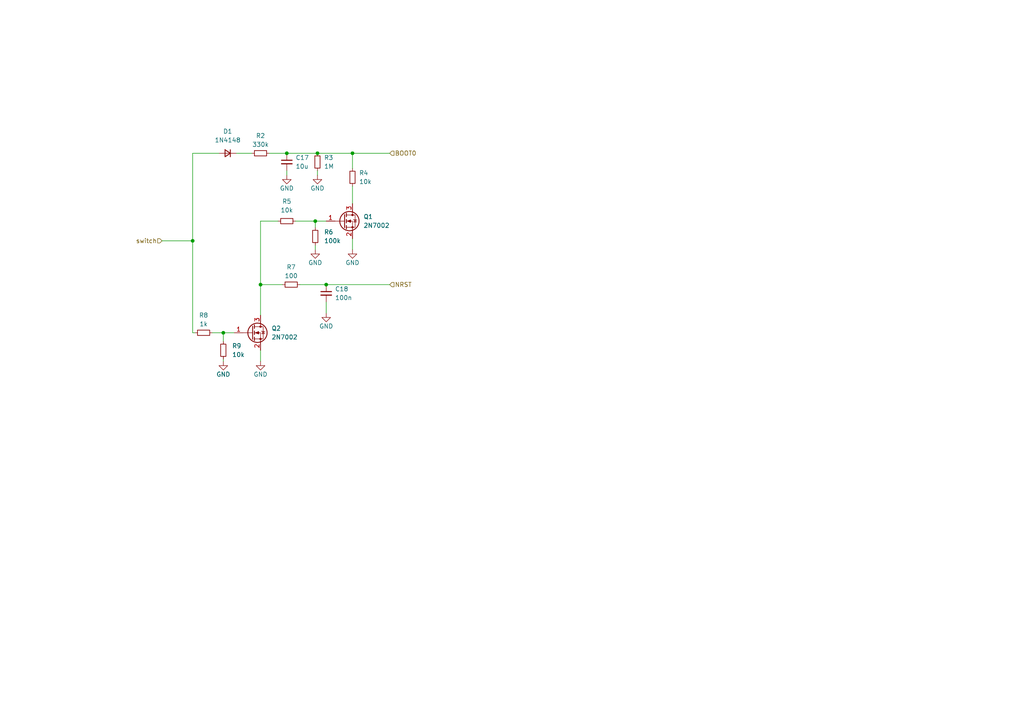
<source format=kicad_sch>
(kicad_sch (version 20230121) (generator eeschema)
  (paper "A4")
  (lib_symbols
    (symbol "Device:C_Small" (pin_numbers hide) (pin_names (offset 0.254) hide)
      (property "Reference" "C" (at 0.254 1.778 0))
      (property "Value" "C_Small" (at 0.254 -2.032 0))
      (symbol "C_Small_0_1"
        (polyline (pts (xy -1.524 -0.508) (xy 1.524 -0.508)) (stroke (width 0.3302)))
        (polyline (pts (xy -1.524 0.508) (xy 1.524 0.508)) (stroke (width 0.3048)))
      )
      (symbol "C_Small_1_1"
        (pin passive line (at 0 2.54 270) (length 2.032) (name "~") (number "1"))
        (pin passive line (at 0 -2.54 90) (length 2.032) (name "~") (number "2"))
      )
    )
    (symbol "Device:D_Small" (pin_numbers hide) (pin_names (offset 0.254) hide)
      (property "Reference" "D" (at -1.27 2.032 0))
      (property "Value" "D_Small" (at -3.81 -2.032 0))
      (symbol "D_Small_0_1"
        (polyline (pts (xy -0.762 -1.016) (xy -0.762 1.016)) (stroke (width 0.254)))
        (polyline (pts (xy -0.762 0) (xy 0.762 0)))
        (polyline (pts (xy 0.762 -1.016) (xy -0.762 0) (xy 0.762 1.016) (xy 0.762 -1.016)) (stroke (width 0.254)))
      )
      (symbol "D_Small_1_1"
        (pin passive line (at -2.54 0 0) (length 1.778) (name "K") (number "1"))
        (pin passive line (at 2.54 0 180) (length 1.778) (name "A") (number "2"))
      )
    )
    (symbol "Device:R_Small" (pin_numbers hide) (pin_names (offset 0.254) hide)
      (property "Reference" "R" (at 0.762 0.508 0))
      (property "Value" "R_Small" (at 0.762 -1.016 0))
      (symbol "R_Small_0_1"
        (rectangle (start -0.762 1.778) (end 0.762 -1.778) (stroke (width 0.2032)))
      )
      (symbol "R_Small_1_1"
        (pin passive line (at 0 2.54 270) (length 0.762) (name "~") (number "1"))
        (pin passive line (at 0 -2.54 90) (length 0.762) (name "~") (number "2"))
      )
    )
    (symbol "Transistor_FET:2N7002" (pin_names hide)
      (property "Reference" "Q" (at 5.08 1.905 0))
      (property "Value" "2N7002" (at 5.08 0 0))
      (symbol "2N7002_0_1"
        (polyline (pts (xy 0.254 0) (xy -2.54 0)))
        (polyline (pts (xy 0.254 1.905) (xy 0.254 -1.905)) (stroke (width 0.254)))
        (polyline (pts (xy 0.762 -1.27) (xy 0.762 -2.286)) (stroke (width 0.254)))
        (polyline (pts (xy 0.762 0.508) (xy 0.762 -0.508)) (stroke (width 0.254)))
        (polyline (pts (xy 0.762 2.286) (xy 0.762 1.27)) (stroke (width 0.254)))
        (polyline (pts (xy 2.54 2.54) (xy 2.54 1.778)))
        (polyline (pts (xy 2.54 -2.54) (xy 2.54 0) (xy 0.762 0)))
        (polyline (pts (xy 0.762 -1.778) (xy 3.302 -1.778) (xy 3.302 1.778) (xy 0.762 1.778)))
        (polyline (pts (xy 1.016 0) (xy 2.032 0.381) (xy 2.032 -0.381) (xy 1.016 0)) (fill (type outline)))
        (polyline (pts (xy 2.794 0.508) (xy 2.921 0.381) (xy 3.683 0.381) (xy 3.81 0.254)))
        (polyline (pts (xy 3.302 0.381) (xy 2.921 -0.254) (xy 3.683 -0.254) (xy 3.302 0.381)))
        (circle (center 1.651 0) (radius 2.794) (stroke (width 0.254)))
        (circle (center 2.54 -1.778) (radius 0.254) (fill (type outline)))
        (circle (center 2.54 1.778) (radius 0.254) (fill (type outline)))
      )
      (symbol "2N7002_1_1"
        (pin input line (at -5.08 0 0) (length 2.54) (name "G") (number "1"))
        (pin passive line (at 2.54 -5.08 90) (length 2.54) (name "S") (number "2"))
        (pin passive line (at 2.54 5.08 270) (length 2.54) (name "D") (number "3"))
      )
    )
    (symbol "power:GND" (power) (pin_names (offset 0))
      (property "Value" "GND" (at 0 -3.81 0))
      (symbol "GND_0_1"
        (polyline (pts (xy 0 0) (xy 0 -1.27) (xy 1.27 -1.27) (xy 0 -2.54) (xy -1.27 -1.27) (xy 0 -1.27)))
      )
      (symbol "GND_1_1"
        (pin power_in line (at 0 0 270) (length 0) hide (name "GND") (number "1"))
      )
    )
  )
  (junction (at 94.615 82.55))
  (junction (at 83.185 44.45))
  (junction (at 55.88 69.85))
  (junction (at 92.075 44.45))
  (junction (at 91.44 64.135))
  (junction (at 64.77 96.52))
  (junction (at 102.235 44.45))
  (junction (at 75.565 82.55))
  (wire (pts (xy 102.235 53.975) (xy 102.235 59.055)))
  (wire (pts (xy 75.565 82.55) (xy 81.915 82.55)))
  (wire (pts (xy 80.645 64.135) (xy 75.565 64.135)))
  (wire (pts (xy 83.185 50.8) (xy 83.185 49.53)))
  (wire (pts (xy 91.44 72.39) (xy 91.44 71.12)))
  (wire (pts (xy 55.88 96.52) (xy 56.515 96.52)))
  (wire (pts (xy 75.565 64.135) (xy 75.565 82.55)))
  (wire (pts (xy 75.565 101.6) (xy 75.565 104.775)))
  (wire (pts (xy 94.615 82.55) (xy 113.03 82.55)))
  (wire (pts (xy 94.615 87.63) (xy 94.615 90.805)))
  (wire (pts (xy 55.88 44.45) (xy 63.5 44.45)))
  (wire (pts (xy 64.77 96.52) (xy 64.77 99.06)))
  (wire (pts (xy 83.185 44.45) (xy 92.075 44.45)))
  (wire (pts (xy 68.58 44.45) (xy 73.025 44.45)))
  (wire (pts (xy 86.995 82.55) (xy 94.615 82.55)))
  (wire (pts (xy 85.725 64.135) (xy 91.44 64.135)))
  (wire (pts (xy 78.105 44.45) (xy 83.185 44.45)))
  (wire (pts (xy 46.99 69.85) (xy 55.88 69.85)))
  (wire (pts (xy 75.565 82.55) (xy 75.565 91.44)))
  (wire (pts (xy 64.77 96.52) (xy 67.945 96.52)))
  (wire (pts (xy 91.44 64.135) (xy 94.615 64.135)))
  (wire (pts (xy 102.235 69.215) (xy 102.235 72.39)))
  (wire (pts (xy 61.595 96.52) (xy 64.77 96.52)))
  (wire (pts (xy 92.075 50.8) (xy 92.075 49.53)))
  (wire (pts (xy 102.235 48.895) (xy 102.235 44.45)))
  (wire (pts (xy 102.235 44.45) (xy 113.03 44.45)))
  (wire (pts (xy 55.88 96.52) (xy 55.88 69.85)))
  (wire (pts (xy 64.77 104.775) (xy 64.77 104.14)))
  (wire (pts (xy 91.44 64.135) (xy 91.44 66.04)))
  (wire (pts (xy 55.88 69.85) (xy 55.88 44.45)))
  (wire (pts (xy 92.075 44.45) (xy 102.235 44.45)))
  (hierarchical_label "BOOT0" (shape input) (at 113.03 44.45 0))
  (hierarchical_label "switch" (shape input) (at 46.99 69.85 180))
  (hierarchical_label "NRST" (shape input) (at 113.03 82.55 0))
  (symbol (lib_id "Device:C_Small") (at 83.185 46.99 0) (unit 1)
    (property "Reference" "C17" (at 85.725 45.7263 0) (effects (justify left)))
    (property "Value" "10u" (at 85.725 48.2663 0) (effects (justify left)))
    (property "Footprint" "Capacitor_SMD:C_1206_3216Metric" (effects hide))
    (instances (project "norgbtest" (path "" (reference "C17") (unit 1))) (project "keyboard" (path "" (reference "C18") (unit 1))))
  )
  (symbol (lib_id "Device:C_Small") (at 94.615 85.09 0) (unit 1)
    (property "Reference" "C18" (at 97.155 83.8263 0) (effects (justify left)))
    (property "Value" "100n" (at 97.155 86.3663 0) (effects (justify left)))
    (property "Footprint" "Capacitor_SMD:C_0402_1005Metric" (effects hide))
    (instances (project "norgbtest" (path "" (reference "C18") (unit 1))) (project "keyboard" (path "" (reference "C19") (unit 1))))
  )
  (symbol (lib_id "Device:R_Small") (at 91.44 68.58 0) (unit 1)
    (property "Reference" "R6" (at 93.98 67.31 0) (effects (justify left)))
    (property "Value" "100k" (at 93.98 69.85 0) (effects (justify left)))
    (property "Footprint" "Resistor_SMD:R_0402_1005Metric" (effects hide))
    (instances (project "norgbtest" (path "" (reference "R6") (unit 1))) (project "keyboard" (path "" (reference "R5") (unit 1))))
  )
  (symbol (lib_id "Device:R_Small") (at 92.075 46.99 0) (unit 1)
    (property "Reference" "R3" (at 93.98 45.72 0) (effects (justify left)))
    (property "Value" "1M" (at 93.98 48.26 0) (effects (justify left)))
    (property "Footprint" "Resistor_SMD:R_0402_1005Metric" (effects hide))
    (instances (project "norgbtest" (path "" (reference "R3") (unit 1))) (project "keyboard" (path "" (reference "R2") (unit 1))))
  )
  (symbol (lib_id "power:GND") (at 91.44 72.39 0) (unit 1)
    (property "Reference" "#PWR032" (effects hide))
    (property "Value" "GND" (at 91.44 76.2 0))
    (instances (project "norgbtest" (path "" (reference "#PWR032") (unit 1))) (project "keyboard" (path "" (reference "#PWR042") (unit 1))))
  )
  (symbol (lib_id "Device:R_Small") (at 64.77 101.6 0) (unit 1)
    (property "Reference" "R9" (at 67.31 100.33 0) (effects (justify left)))
    (property "Value" "10k" (at 67.31 102.87 0) (effects (justify left)))
    (property "Footprint" "Resistor_SMD:R_0402_1005Metric" (effects hide))
    (instances (project "norgbtest" (path "" (reference "R9") (unit 1))) (project "keyboard" (path "" (reference "R8") (unit 1))))
  )
  (symbol (lib_id "Transistor_FET:2N7002") (at 73.025 96.52 0) (unit 1)
    (property "Reference" "Q2" (at 78.74 95.25 0) (effects (justify left)))
    (property "Value" "2N7002" (at 78.74 97.79 0) (effects (justify left)))
    (property "Footprint" "Package_TO_SOT_SMD:SOT-23" (effects hide))
    (property "Datasheet" "https://www.onsemi.com/pub/Collateral/NDS7002A-D.PDF" (effects hide))
  )
  (symbol (lib_id "power:GND") (at 83.185 50.8 0) (unit 1)
    (property "Reference" "#PWR030" (effects hide))
    (property "Value" "GND" (at 83.185 54.61 0))
    (instances (project "norgbtest" (path "" (reference "#PWR030") (unit 1))) (project "keyboard" (path "" (reference "#PWR040") (unit 1))))
  )
  (symbol (lib_id "Device:R_Small") (at 75.565 44.45 90) (unit 1)
    (property "Reference" "R2" (at 75.565 39.37 90))
    (property "Value" "330k" (at 75.565 41.91 90))
    (property "Footprint" "Resistor_SMD:R_0402_1005Metric" (effects hide))
    (instances (project "norgbtest" (path "" (reference "R2") (unit 1))) (project "keyboard" (path "" (reference "R1") (unit 1))))
  )
  (symbol (lib_id "Device:R_Small") (at 102.235 51.435 0) (unit 1)
    (property "Reference" "R4" (at 104.14 50.165 0) (effects (justify left)))
    (property "Value" "10k" (at 104.14 52.705 0) (effects (justify left)))
    (property "Footprint" "Resistor_SMD:R_0402_1005Metric" (effects hide))
    (instances (project "norgbtest" (path "" (reference "R4") (unit 1))) (project "keyboard" (path "" (reference "R3") (unit 1))))
  )
  (symbol (lib_id "Device:R_Small") (at 59.055 96.52 90) (unit 1)
    (property "Reference" "R8" (at 59.055 91.44 90))
    (property "Value" "1k" (at 59.055 93.98 90))
    (property "Footprint" "Resistor_SMD:R_0402_1005Metric" (effects hide))
    (instances (project "norgbtest" (path "" (reference "R8") (unit 1))) (project "keyboard" (path "" (reference "R7") (unit 1))))
  )
  (symbol (lib_id "Device:R_Small") (at 83.185 64.135 90) (unit 1)
    (property "Reference" "R5" (at 83.185 58.42 90))
    (property "Value" "10k" (at 83.185 60.96 90))
    (property "Footprint" "Resistor_SMD:R_0402_1005Metric" (effects hide))
    (instances (project "norgbtest" (path "" (reference "R5") (unit 1))) (project "keyboard" (path "" (reference "R4") (unit 1))))
  )
  (symbol (lib_id "power:GND") (at 64.77 104.775 0) (unit 1)
    (property "Reference" "#PWR035" (effects hide))
    (property "Value" "GND" (at 64.77 108.585 0))
    (instances (project "norgbtest" (path "" (reference "#PWR035") (unit 1))) (project "keyboard" (path "" (reference "#PWR045") (unit 1))))
  )
  (symbol (lib_id "power:GND") (at 75.565 104.775 0) (unit 1)
    (property "Reference" "#PWR036" (effects hide))
    (property "Value" "GND" (at 75.565 108.585 0))
    (instances (project "norgbtest" (path "" (reference "#PWR036") (unit 1))) (project "keyboard" (path "" (reference "#PWR046") (unit 1))))
  )
  (symbol (lib_id "power:GND") (at 92.075 50.8 0) (unit 1)
    (property "Reference" "#PWR031" (effects hide))
    (property "Value" "GND" (at 92.075 54.61 0))
    (instances (project "norgbtest" (path "" (reference "#PWR031") (unit 1))) (project "keyboard" (path "" (reference "#PWR041") (unit 1))))
  )
  (symbol (lib_id "power:GND") (at 94.615 90.805 0) (unit 1)
    (property "Reference" "#PWR034" (effects hide))
    (property "Value" "GND" (at 94.615 94.615 0))
    (instances (project "norgbtest" (path "" (reference "#PWR034") (unit 1))) (project "keyboard" (path "" (reference "#PWR044") (unit 1))))
  )
  (symbol (lib_id "Device:R_Small") (at 84.455 82.55 90) (unit 1)
    (property "Reference" "R7" (at 84.455 77.47 90))
    (property "Value" "100" (at 84.455 80.01 90))
    (property "Footprint" "Resistor_SMD:R_0402_1005Metric" (effects hide))
    (instances (project "norgbtest" (path "" (reference "R7") (unit 1))) (project "keyboard" (path "" (reference "R6") (unit 1))))
  )
  (symbol (lib_id "power:GND") (at 102.235 72.39 0) (unit 1)
    (property "Reference" "#PWR033" (effects hide))
    (property "Value" "GND" (at 102.235 76.2 0))
    (instances (project "norgbtest" (path "" (reference "#PWR033") (unit 1))) (project "keyboard" (path "" (reference "#PWR043") (unit 1))))
  )
  (symbol (lib_id "Device:D_Small") (at 66.04 44.45 180) (unit 1)
    (property "Reference" "D1" (at 66.04 38.1 0))
    (property "Value" "1N4148" (at 66.04 40.64 0))
    (property "Footprint" "Diode_SMD:D_SOD-323" (effects hide))
    (property "Sim.Device" "D" (effects hide))
    (property "Sim.Pins" "1=K 2=A" (effects hide))
  )
  (symbol (lib_id "Transistor_FET:2N7002") (at 99.695 64.135 0) (unit 1)
    (property "Reference" "Q1" (at 105.41 62.865 0) (effects (justify left)))
    (property "Value" "2N7002" (at 105.41 65.405 0) (effects (justify left)))
    (property "Footprint" "Package_TO_SOT_SMD:SOT-23" (effects hide))
    (property "Datasheet" "https://www.onsemi.com/pub/Collateral/NDS7002A-D.PDF" (effects hide))
  )
)
</source>
